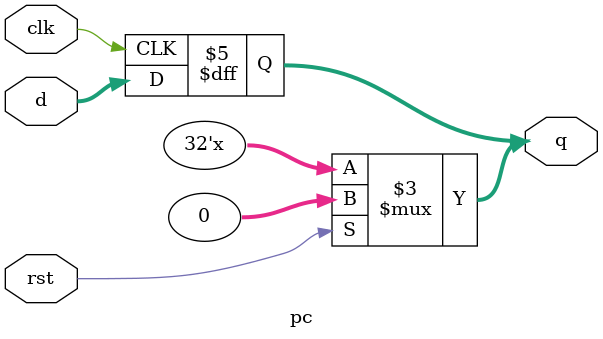
<source format=v>
`timescale 1ns / 1ps


module pc #(parameter WIDTH = 32)(
	input wire clk,rst,
	input wire[WIDTH-1:0] d,
	output reg[WIDTH-1:0] q
    );

	always @(*) begin
		if(rst) begin
			q <= 0;
		end
	end

	always @(posedge clk) begin
		begin
			q <= d;
		end
	end
endmodule
</source>
